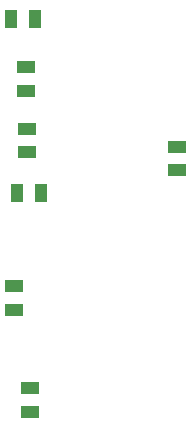
<source format=gtp>
G04 Layer: TopPasteMaskLayer*
G04 EasyEDA v6.3.53, 2020-07-02T17:27:03+02:00*
G04 4edb8fa5c3324583bf34438798551307,0d0e7d196270479aaefd99a7cd6f8dc4,10*
G04 Gerber Generator version 0.2*
G04 Scale: 100 percent, Rotated: No, Reflected: No *
G04 Dimensions in millimeters *
G04 leading zeros omitted , absolute positions ,3 integer and 3 decimal *
%FSLAX33Y33*%
%MOMM*%
G90*
G71D02*

%ADD12R,0.999998X1.550010*%
%ADD13R,1.550010X0.999998*%

%LPD*%
G54D12*
G01X19574Y35179D03*
G01X21573Y35179D03*
G54D13*
G01X33147Y39099D03*
G01X33147Y37100D03*
G54D12*
G01X19066Y49911D03*
G01X21065Y49911D03*
G54D13*
G01X19304Y27288D03*
G01X19304Y25289D03*
G01X20447Y40623D03*
G01X20447Y38624D03*
G01X20701Y18652D03*
G01X20701Y16653D03*
G01X20320Y45830D03*
G01X20320Y43831D03*
M00*
M02*

</source>
